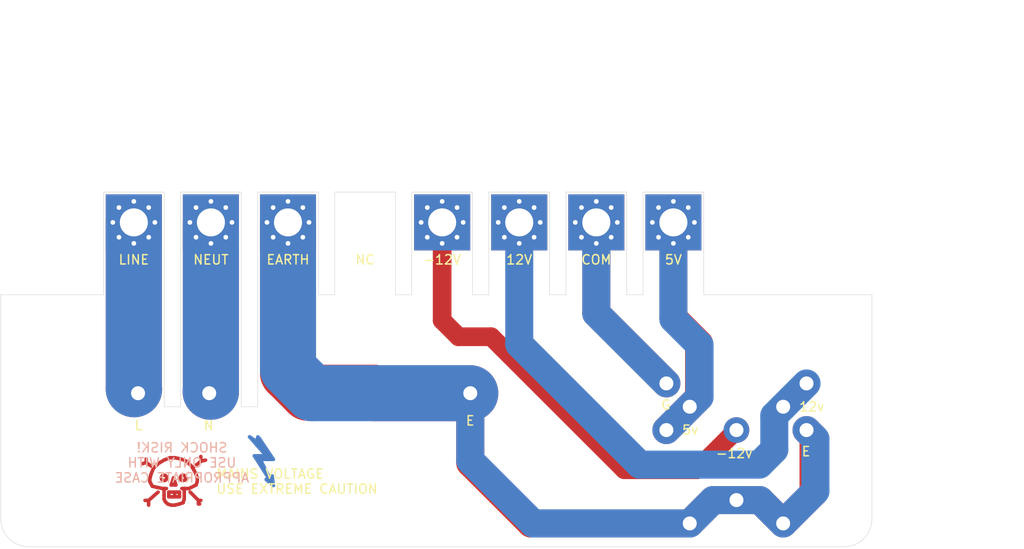
<source format=kicad_pcb>
(kicad_pcb (version 20171130) (host pcbnew "(5.1.4-0-10_14)")

  (general
    (thickness 1.6)
    (drawings 53)
    (tracks 63)
    (zones 0)
    (modules 12)
    (nets 8)
  )

  (page A4)
  (layers
    (0 F.Cu signal)
    (31 B.Cu signal hide)
    (32 B.Adhes user)
    (33 F.Adhes user)
    (34 B.Paste user)
    (35 F.Paste user)
    (36 B.SilkS user)
    (37 F.SilkS user)
    (38 B.Mask user)
    (39 F.Mask user)
    (40 Dwgs.User user)
    (41 Cmts.User user)
    (42 Eco1.User user)
    (43 Eco2.User user)
    (44 Edge.Cuts user)
    (45 Margin user)
    (46 B.CrtYd user hide)
    (47 F.CrtYd user hide)
    (48 B.Fab user)
    (49 F.Fab user hide)
  )

  (setup
    (last_trace_width 3)
    (user_trace_width 0.5)
    (user_trace_width 1)
    (user_trace_width 2)
    (user_trace_width 3)
    (user_trace_width 4)
    (user_trace_width 5)
    (user_trace_width 6)
    (trace_clearance 0.2)
    (zone_clearance 0.5)
    (zone_45_only no)
    (trace_min 0.2)
    (via_size 0.8)
    (via_drill 0.4)
    (via_min_size 0.4)
    (via_min_drill 0.3)
    (uvia_size 0.3)
    (uvia_drill 0.1)
    (uvias_allowed no)
    (uvia_min_size 0.2)
    (uvia_min_drill 0.1)
    (edge_width 0.05)
    (segment_width 0.2)
    (pcb_text_width 0.3)
    (pcb_text_size 1.5 1.5)
    (mod_edge_width 0.12)
    (mod_text_size 1 1)
    (mod_text_width 0.15)
    (pad_size 6 6)
    (pad_drill 3)
    (pad_to_mask_clearance 0.051)
    (solder_mask_min_width 0.25)
    (aux_axis_origin 0 0)
    (visible_elements FFFFFF7F)
    (pcbplotparams
      (layerselection 0x010fc_ffffffff)
      (usegerberextensions false)
      (usegerberattributes false)
      (usegerberadvancedattributes false)
      (creategerberjobfile false)
      (excludeedgelayer true)
      (linewidth 0.100000)
      (plotframeref false)
      (viasonmask false)
      (mode 1)
      (useauxorigin false)
      (hpglpennumber 1)
      (hpglpenspeed 20)
      (hpglpendiameter 15.000000)
      (psnegative false)
      (psa4output false)
      (plotreference true)
      (plotvalue true)
      (plotinvisibletext false)
      (padsonsilk false)
      (subtractmaskfromsilk false)
      (outputformat 1)
      (mirror false)
      (drillshape 0)
      (scaleselection 1)
      (outputdirectory "gerbers/"))
  )

  (net 0 "")
  (net 1 Earth)
  (net 2 +12V)
  (net 3 -12V)
  (net 4 GND)
  (net 5 +5V)
  (net 6 LINE)
  (net 7 NEUT)

  (net_class Default "This is the default net class."
    (clearance 0.2)
    (trace_width 0.25)
    (via_dia 0.8)
    (via_drill 0.4)
    (uvia_dia 0.3)
    (uvia_drill 0.1)
    (add_net +12V)
    (add_net +5V)
    (add_net -12V)
    (add_net Earth)
    (add_net GND)
    (add_net LINE)
    (add_net NEUT)
  )

  (module Symbol:Symbol_Highvoltage_Type1_CopperTop_Small (layer B.Cu) (tedit 0) (tstamp 5E22CC1E)
    (at 127.8 70.4 180)
    (descr "Symbol, Highvoltage, Type 1, Copper Top, Small,")
    (tags "Symbol, Highvoltage, Type 1, Copper Top, Small,")
    (attr virtual)
    (fp_text reference REF** (at 1.016 5.207) (layer B.Fab) hide
      (effects (font (size 1 1) (thickness 0.15)) (justify mirror))
    )
    (fp_text value Symbol_Highvoltage_Type1_CopperTop_Small (at 0.508 -4.191) (layer B.Fab)
      (effects (font (size 1 1) (thickness 0.15)) (justify mirror))
    )
    (fp_line (start -0.127 -1.524) (end -0.254 -1.016) (layer B.Cu) (width 0.381))
    (fp_line (start 1.016 0.762) (end -0.127 -1.524) (layer B.Cu) (width 0.381))
    (fp_line (start -0.381 0.762) (end 1.016 0.762) (layer B.Cu) (width 0.381))
    (fp_line (start 1.143 3.048) (end -0.381 0.762) (layer B.Cu) (width 0.381))
    (fp_line (start 1.397 2.667) (end 1.27 3.175) (layer B.Cu) (width 0.381))
    (fp_line (start 2.159 3.175) (end 1.397 2.667) (layer B.Cu) (width 0.381))
    (fp_line (start 0.381 1.143) (end 2.159 3.175) (layer B.Cu) (width 0.381))
    (fp_line (start 1.651 1.143) (end 0.381 1.143) (layer B.Cu) (width 0.381))
    (fp_line (start -0.127 -1.651) (end 1.651 1.143) (layer B.Cu) (width 0.381))
    (fp_line (start 0.381 -1.397) (end -0.127 -1.651) (layer B.Cu) (width 0.381))
    (fp_line (start -0.381 -2.032) (end 0.381 -1.397) (layer B.Cu) (width 0.381))
    (fp_line (start -0.254 -1.016) (end -0.381 -2.032) (layer B.Cu) (width 0.381))
    (fp_line (start 0 0.889) (end 1.27 0.889) (layer B.Cu) (width 0.381))
    (fp_line (start 1.397 2.794) (end 0 0.889) (layer B.Cu) (width 0.381))
  )

  (module Symbol:Symbol_Danger_CopperTop_Small (layer F.Cu) (tedit 0) (tstamp 5E22A576)
    (at 117.5 72)
    (descr "Symbol, Danger, Copper Top, Small,")
    (tags "Symbol, Danger, Copper Top, Small,")
    (attr virtual)
    (fp_text reference REF** (at 0.254 -4.699) (layer F.Fab) hide
      (effects (font (size 1 1) (thickness 0.15)))
    )
    (fp_text value Symbol_Danger_CopperTop_Small (at 0.889 4.572) (layer F.Fab)
      (effects (font (size 1 1) (thickness 0.15)))
    )
    (fp_line (start 1.27 0.762) (end 0.889 0.762) (layer F.Cu) (width 0.381))
    (fp_line (start 1.651 0.762) (end 1.27 0.762) (layer F.Cu) (width 0.381))
    (fp_line (start 2.159 0.508) (end 1.651 0.762) (layer F.Cu) (width 0.381))
    (fp_line (start 2.413 0.381) (end 2.159 0.508) (layer F.Cu) (width 0.381))
    (fp_line (start 2.54 0) (end 2.413 0.381) (layer F.Cu) (width 0.381))
    (fp_line (start 2.54 -0.381) (end 2.54 0) (layer F.Cu) (width 0.381))
    (fp_line (start 2.413 -0.762) (end 2.54 -0.381) (layer F.Cu) (width 0.381))
    (fp_line (start 2.159 -1.27) (end 2.413 -0.762) (layer F.Cu) (width 0.381))
    (fp_line (start 1.905 -1.651) (end 2.159 -1.27) (layer F.Cu) (width 0.381))
    (fp_line (start 1.397 -2.159) (end 1.905 -1.651) (layer F.Cu) (width 0.381))
    (fp_line (start 0.762 -2.413) (end 1.397 -2.159) (layer F.Cu) (width 0.381))
    (fp_line (start 0.127 -2.54) (end 0.762 -2.413) (layer F.Cu) (width 0.381))
    (fp_line (start -0.381 -2.54) (end 0.127 -2.54) (layer F.Cu) (width 0.381))
    (fp_line (start -1.016 -2.286) (end -0.381 -2.54) (layer F.Cu) (width 0.381))
    (fp_line (start -1.651 -1.905) (end -1.016 -2.286) (layer F.Cu) (width 0.381))
    (fp_line (start -2.159 -1.397) (end -1.651 -1.905) (layer F.Cu) (width 0.381))
    (fp_line (start -2.413 -0.762) (end -2.159 -1.397) (layer F.Cu) (width 0.381))
    (fp_line (start -2.54 -0.254) (end -2.413 -0.762) (layer F.Cu) (width 0.381))
    (fp_line (start -2.54 0) (end -2.54 -0.254) (layer F.Cu) (width 0.381))
    (fp_line (start -1.143 0.762) (end -0.762 0.762) (layer F.Cu) (width 0.381))
    (fp_line (start -1.778 0.635) (end -1.143 0.762) (layer F.Cu) (width 0.381))
    (fp_line (start -2.286 0.508) (end -1.778 0.635) (layer F.Cu) (width 0.381))
    (fp_line (start -2.413 0.254) (end -2.286 0.508) (layer F.Cu) (width 0.381))
    (fp_line (start -2.54 0) (end -2.413 0.254) (layer F.Cu) (width 0.381))
    (fp_line (start -1.016 1.524) (end -1.016 0.762) (layer F.Cu) (width 0.381))
    (fp_line (start -1.016 1.905) (end -1.016 1.524) (layer F.Cu) (width 0.381))
    (fp_line (start 0.127 2.54) (end -0.254 2.54) (layer F.Cu) (width 0.381))
    (fp_line (start 0.635 2.413) (end 0.127 2.54) (layer F.Cu) (width 0.381))
    (fp_line (start 1.016 2.286) (end 0.635 2.413) (layer F.Cu) (width 0.381))
    (fp_line (start 1.143 1.905) (end 1.016 2.286) (layer F.Cu) (width 0.381))
    (fp_line (start 1.143 1.524) (end 1.143 1.905) (layer F.Cu) (width 0.381))
    (fp_line (start 1.143 0.762) (end 1.143 1.524) (layer F.Cu) (width 0.381))
    (fp_line (start -0.635 2.413) (end -0.254 2.54) (layer F.Cu) (width 0.381))
    (fp_line (start -0.889 2.159) (end -0.635 2.413) (layer F.Cu) (width 0.381))
    (fp_line (start -1.016 1.905) (end -0.889 2.159) (layer F.Cu) (width 0.381))
    (fp_line (start -0.254 0.381) (end 0 -0.381) (layer F.Cu) (width 0.381))
    (fp_line (start 0.254 0.381) (end -0.254 0.381) (layer F.Cu) (width 0.381))
    (fp_line (start 0 -0.381) (end 0.254 0.381) (layer F.Cu) (width 0.381))
    (fp_circle (center 1.016 -0.381) (end 1.27 -0.254) (layer F.Cu) (width 0.381))
    (fp_circle (center -1.016 -0.381) (end -1.27 -0.254) (layer F.Cu) (width 0.381))
    (fp_line (start -0.508 1.651) (end -0.508 1.143) (layer F.Cu) (width 0.381))
    (fp_line (start 0.635 1.651) (end -0.508 1.651) (layer F.Cu) (width 0.381))
    (fp_line (start 0.635 1.143) (end 0.635 1.651) (layer F.Cu) (width 0.381))
    (fp_line (start -0.508 1.143) (end 0.635 1.143) (layer F.Cu) (width 0.381))
    (fp_line (start 0.127 1.27) (end 0.127 1.524) (layer F.Cu) (width 0.381))
    (fp_line (start 2.286 -1.651) (end 2.921 -2.159) (layer F.Cu) (width 0.381))
    (fp_line (start 2.921 -2.159) (end 2.921 -2.667) (layer F.Cu) (width 0.381))
    (fp_line (start 2.921 -2.159) (end 3.429 -2.286) (layer F.Cu) (width 0.381))
    (fp_line (start -1.651 1.143) (end -2.667 2.032) (layer F.Cu) (width 0.381))
    (fp_line (start -2.667 2.032) (end -3.048 2.032) (layer F.Cu) (width 0.381))
    (fp_line (start -2.667 2.032) (end -2.667 2.54) (layer F.Cu) (width 0.381))
    (fp_line (start -2.413 -1.651) (end -2.921 -2.032) (layer F.Cu) (width 0.381))
    (fp_line (start -2.921 -2.032) (end -2.921 -2.413) (layer F.Cu) (width 0.381))
    (fp_line (start -2.921 -2.032) (end -3.302 -1.905) (layer F.Cu) (width 0.381))
    (fp_line (start 2.667 2.032) (end 2.921 2.032) (layer F.Cu) (width 0.381))
    (fp_line (start 1.778 1.143) (end 2.667 2.032) (layer F.Cu) (width 0.381))
    (fp_line (start 2.667 2.413) (end 2.794 2.413) (layer F.Cu) (width 0.381))
    (fp_line (start 2.667 2.032) (end 2.667 2.413) (layer F.Cu) (width 0.381))
  )

  (module rt65b-breakout:DIN-7 (layer F.Cu) (tedit 5E220F5E) (tstamp 5DFB80FA)
    (at 177.75 74)
    (path /5DFAD7B3)
    (fp_text reference J1 (at -8.5 -15) (layer F.Fab) hide
      (effects (font (size 1 1) (thickness 0.15)))
    )
    (fp_text value DIN-7 (at 8.75 -15) (layer F.Fab)
      (effects (font (size 1 1) (thickness 0.15)))
    )
    (fp_line (start -10.6 -14.1) (end 10.6 -14.1) (layer F.CrtYd) (width 0.12))
    (fp_line (start -10.6 5) (end -10.6 -14.1) (layer F.CrtYd) (width 0.12))
    (fp_line (start 10.6 5) (end 10.6 -14.1) (layer F.CrtYd) (width 0.12))
    (fp_line (start -10.6 5) (end 10.6 5) (layer F.CrtYd) (width 0.12))
    (pad 6 thru_hole circle (at 7.5 -12.5) (size 2.75 2.75) (drill 1.5) (layers *.Cu *.Mask)
      (net 2 +12V))
    (pad 7 thru_hole circle (at -7.5 -12.5) (size 2.75 2.75) (drill 1.5) (layers *.Cu *.Mask)
      (net 4 GND))
    (pad 4 thru_hole circle (at 5 -10 90) (size 2.75 2.75) (drill 1.5) (layers *.Cu *.Mask)
      (net 2 +12V))
    (pad 5 thru_hole circle (at -5 -10) (size 2.75 2.75) (drill 1.5) (layers *.Cu *.Mask)
      (net 5 +5V))
    (pad 1 thru_hole circle (at 7.5 -7.5) (size 2.75 2.75) (drill 1.5) (layers *.Cu *.Mask)
      (net 1 Earth))
    (pad 3 thru_hole circle (at -7.5 -7.5) (size 2.75 2.75) (drill 1.5) (layers *.Cu *.Mask)
      (net 5 +5V))
    (pad 2 thru_hole circle (at 0 -7.5) (size 2.75 2.75) (drill 1.5) (layers *.Cu *.Mask)
      (net 3 -12V))
    (pad 10 thru_hole circle (at 5 2.5) (size 2.5 2.5) (drill 1.5) (layers *.Cu *.Mask)
      (net 1 Earth))
    (pad 8 thru_hole circle (at -5 2.5) (size 2.5 2.5) (drill 1.5) (layers *.Cu *.Mask)
      (net 1 Earth))
    (pad 9 thru_hole circle (at 0 0) (size 2.5 2.5) (drill 1.5) (layers *.Cu *.Mask)
      (net 1 Earth))
    (model "${KIPRJMOD}/User Library-DIN-5.STEP"
      (offset (xyz 1.6 14 9))
      (scale (xyz 1 1 1))
      (rotate (xyz -90 0 0))
    )
  )

  (module rt65b-breakout:MountingHole_3mm_Pad_Via (layer F.Cu) (tedit 5E0D46DD) (tstamp 5DFB9766)
    (at 138 44.25)
    (descr "Mounting Hole 3mm")
    (tags "mounting hole 3mm")
    (attr virtual)
    (fp_text reference REF** (at 0 -4) (layer F.Fab) hide
      (effects (font (size 1 1) (thickness 0.15)))
    )
    (fp_text value NC (at 0 4) (layer F.SilkS)
      (effects (font (size 1 1) (thickness 0.15)))
    )
    (fp_text user %R (at 0.3 0) (layer F.Fab)
      (effects (font (size 1 1) (thickness 0.15)))
    )
    (pad "" np_thru_hole circle (at 0 0) (size 3 3) (drill 3) (layers *.Cu *.Mask))
  )

  (module rt65b-breakout:KP01.1112.11 (layer F.Cu) (tedit 5DFB1678) (tstamp 5E228031)
    (at 132.75 79)
    (path /5E017074)
    (fp_text reference J3 (at 0 0.5) (layer F.Fab) hide
      (effects (font (size 1 1) (thickness 0.15)))
    )
    (fp_text value IEC320-C14 (at 0 -0.5) (layer F.Fab)
      (effects (font (size 1 1) (thickness 0.15)))
    )
    (fp_text user E (at 16.5 -13.5) (layer F.SilkS)
      (effects (font (size 1 1) (thickness 0.15)))
    )
    (fp_text user N (at -11.5 -13) (layer F.SilkS)
      (effects (font (size 1 1) (thickness 0.15)))
    )
    (fp_text user L (at -19 -13) (layer F.SilkS)
      (effects (font (size 1 1) (thickness 0.15)))
    )
    (fp_line (start -26.2 0) (end 26.2 0) (layer F.CrtYd) (width 0.12))
    (fp_line (start -26.2 -32.3) (end 26.2 -32.3) (layer F.CrtYd) (width 0.12))
    (fp_line (start -26.2 -32.3) (end -26.2 0) (layer F.CrtYd) (width 0.12))
    (fp_line (start 26.2 0) (end 26.2 -32.3) (layer F.CrtYd) (width 0.12))
    (pad 3 thru_hole circle (at 16.51 -16.45) (size 2.5 2.5) (drill 1.5) (layers *.Cu *.Mask)
      (net 1 Earth))
    (pad "" np_thru_hole circle (at -26.67 -12.63) (size 6 6) (drill 6) (layers *.Cu *.Mask))
    (pad "" np_thru_hole circle (at 26.67 -7.55) (size 6 6) (drill 6) (layers *.Cu *.Mask))
    (pad 2 thru_hole circle (at -11.43 -16.45) (size 2.5 2.5) (drill 1.5) (layers *.Cu *.Mask)
      (net 7 NEUT))
    (pad 1 thru_hole circle (at -19.05 -16.45) (size 2.5 2.5) (drill 1.5) (layers *.Cu *.Mask)
      (net 6 LINE))
    (model ${KIPRJMOD}/e_0100.1701c002.step
      (offset (xyz 12.7 -6.2 18.5))
      (scale (xyz 1 1 1))
      (rotate (xyz -90 0 0))
    )
  )

  (module rt65b-breakout:MountingHole_3mm_Pad_Via (layer F.Cu) (tedit 5DFAF31D) (tstamp 5DFB5C51)
    (at 171 44.25)
    (descr "Mounting Hole 3mm")
    (tags "mounting hole 3mm")
    (path /5DFCBC71)
    (attr virtual)
    (fp_text reference H1 (at 0 -4) (layer F.Fab) hide
      (effects (font (size 1 1) (thickness 0.15)))
    )
    (fp_text value 5V (at 0 4) (layer F.SilkS)
      (effects (font (size 1 1) (thickness 0.15)))
    )
    (fp_text user %R (at 0.3 0) (layer F.Fab)
      (effects (font (size 1 1) (thickness 0.15)))
    )
    (pad 1 thru_hole circle (at 1.59099 -1.59099) (size 0.8 0.8) (drill 0.5) (layers *.Cu *.Mask)
      (net 5 +5V))
    (pad 1 thru_hole circle (at 0 -2.25) (size 0.8 0.8) (drill 0.5) (layers *.Cu *.Mask)
      (net 5 +5V))
    (pad 1 thru_hole circle (at -1.59099 -1.59099) (size 0.8 0.8) (drill 0.5) (layers *.Cu *.Mask)
      (net 5 +5V))
    (pad 1 thru_hole circle (at -2.25 0) (size 0.8 0.8) (drill 0.5) (layers *.Cu *.Mask)
      (net 5 +5V))
    (pad 1 thru_hole circle (at -1.59099 1.59099) (size 0.8 0.8) (drill 0.5) (layers *.Cu *.Mask)
      (net 5 +5V))
    (pad 1 thru_hole circle (at 0 2.25) (size 0.8 0.8) (drill 0.5) (layers *.Cu *.Mask)
      (net 5 +5V))
    (pad 1 thru_hole circle (at 1.59099 1.59099) (size 0.8 0.8) (drill 0.5) (layers *.Cu *.Mask)
      (net 5 +5V))
    (pad 1 thru_hole circle (at 2.25 0) (size 0.8 0.8) (drill 0.5) (layers *.Cu *.Mask)
      (net 5 +5V))
    (pad 1 thru_hole rect (at 0 0) (size 6 6) (drill 3) (layers *.Cu *.Mask)
      (net 5 +5V))
  )

  (module rt65b-breakout:MountingHole_3mm_Pad_Via (layer F.Cu) (tedit 5DFAF847) (tstamp 5DFB4652)
    (at 113.25 44.25)
    (descr "Mounting Hole 3mm")
    (tags "mounting hole 3mm")
    (path /5DFDEFC2)
    (attr virtual)
    (fp_text reference H5 (at 0 -4) (layer F.Fab) hide
      (effects (font (size 1 1) (thickness 0.15)))
    )
    (fp_text value LINE (at 0 4) (layer F.SilkS)
      (effects (font (size 1 1) (thickness 0.15)))
    )
    (fp_text user %R (at 0.3 0) (layer F.Fab)
      (effects (font (size 1 1) (thickness 0.15)))
    )
    (pad 1 thru_hole rect (at 0 0) (size 6 6) (drill 3) (layers *.Cu *.Mask)
      (net 6 LINE))
    (pad 1 thru_hole circle (at 2.25 0) (size 0.8 0.8) (drill 0.5) (layers *.Cu *.Mask)
      (net 6 LINE))
    (pad 1 thru_hole circle (at 1.59099 1.59099) (size 0.8 0.8) (drill 0.5) (layers *.Cu *.Mask)
      (net 6 LINE))
    (pad 1 thru_hole circle (at 0 2.25) (size 0.8 0.8) (drill 0.5) (layers *.Cu *.Mask)
      (net 6 LINE))
    (pad 1 thru_hole circle (at -1.59099 1.59099) (size 0.8 0.8) (drill 0.5) (layers *.Cu *.Mask)
      (net 6 LINE))
    (pad 1 thru_hole circle (at -2.25 0) (size 0.8 0.8) (drill 0.5) (layers *.Cu *.Mask)
      (net 6 LINE))
    (pad 1 thru_hole circle (at -1.59099 -1.59099) (size 0.8 0.8) (drill 0.5) (layers *.Cu *.Mask)
      (net 6 LINE))
    (pad 1 thru_hole circle (at 0 -2.25) (size 0.8 0.8) (drill 0.5) (layers *.Cu *.Mask)
      (net 6 LINE))
    (pad 1 thru_hole circle (at 1.59099 -1.59099) (size 0.8 0.8) (drill 0.5) (layers *.Cu *.Mask)
      (net 6 LINE))
  )

  (module rt65b-breakout:MountingHole_3mm_Pad_Via (layer F.Cu) (tedit 5DFAF31D) (tstamp 5DFB4672)
    (at 129.75 44.25)
    (descr "Mounting Hole 3mm")
    (tags "mounting hole 3mm")
    (path /5DFEBA3D)
    (attr virtual)
    (fp_text reference H7 (at 0 -4) (layer F.Fab) hide
      (effects (font (size 1 1) (thickness 0.15)))
    )
    (fp_text value EARTH (at 0 4) (layer F.SilkS)
      (effects (font (size 1 1) (thickness 0.15)))
    )
    (fp_text user %R (at 0.3 0) (layer F.Fab)
      (effects (font (size 1 1) (thickness 0.15)))
    )
    (pad 1 thru_hole rect (at 0 0) (size 6 6) (drill 3) (layers *.Cu *.Mask)
      (net 1 Earth))
    (pad 1 thru_hole circle (at 2.25 0) (size 0.8 0.8) (drill 0.5) (layers *.Cu *.Mask)
      (net 1 Earth))
    (pad 1 thru_hole circle (at 1.59099 1.59099) (size 0.8 0.8) (drill 0.5) (layers *.Cu *.Mask)
      (net 1 Earth))
    (pad 1 thru_hole circle (at 0 2.25) (size 0.8 0.8) (drill 0.5) (layers *.Cu *.Mask)
      (net 1 Earth))
    (pad 1 thru_hole circle (at -1.59099 1.59099) (size 0.8 0.8) (drill 0.5) (layers *.Cu *.Mask)
      (net 1 Earth))
    (pad 1 thru_hole circle (at -2.25 0) (size 0.8 0.8) (drill 0.5) (layers *.Cu *.Mask)
      (net 1 Earth))
    (pad 1 thru_hole circle (at -1.59099 -1.59099) (size 0.8 0.8) (drill 0.5) (layers *.Cu *.Mask)
      (net 1 Earth))
    (pad 1 thru_hole circle (at 0 -2.25) (size 0.8 0.8) (drill 0.5) (layers *.Cu *.Mask)
      (net 1 Earth))
    (pad 1 thru_hole circle (at 1.59099 -1.59099) (size 0.8 0.8) (drill 0.5) (layers *.Cu *.Mask)
      (net 1 Earth))
  )

  (module rt65b-breakout:MountingHole_3mm_Pad_Via (layer F.Cu) (tedit 5DFAF31D) (tstamp 5DFB4662)
    (at 121.5 44.25)
    (descr "Mounting Hole 3mm")
    (tags "mounting hole 3mm")
    (path /5DFDEFBC)
    (attr virtual)
    (fp_text reference H6 (at 0 -4) (layer F.Fab) hide
      (effects (font (size 1 1) (thickness 0.15)))
    )
    (fp_text value NEUT (at 0 4) (layer F.SilkS)
      (effects (font (size 1 1) (thickness 0.15)))
    )
    (fp_text user %R (at 0.3 0) (layer F.Fab)
      (effects (font (size 1 1) (thickness 0.15)))
    )
    (pad 1 thru_hole rect (at 0 0) (size 6 6) (drill 3) (layers *.Cu *.Mask)
      (net 7 NEUT))
    (pad 1 thru_hole circle (at 2.25 0) (size 0.8 0.8) (drill 0.5) (layers *.Cu *.Mask)
      (net 7 NEUT))
    (pad 1 thru_hole circle (at 1.59099 1.59099) (size 0.8 0.8) (drill 0.5) (layers *.Cu *.Mask)
      (net 7 NEUT))
    (pad 1 thru_hole circle (at 0 2.25) (size 0.8 0.8) (drill 0.5) (layers *.Cu *.Mask)
      (net 7 NEUT))
    (pad 1 thru_hole circle (at -1.59099 1.59099) (size 0.8 0.8) (drill 0.5) (layers *.Cu *.Mask)
      (net 7 NEUT))
    (pad 1 thru_hole circle (at -2.25 0) (size 0.8 0.8) (drill 0.5) (layers *.Cu *.Mask)
      (net 7 NEUT))
    (pad 1 thru_hole circle (at -1.59099 -1.59099) (size 0.8 0.8) (drill 0.5) (layers *.Cu *.Mask)
      (net 7 NEUT))
    (pad 1 thru_hole circle (at 0 -2.25) (size 0.8 0.8) (drill 0.5) (layers *.Cu *.Mask)
      (net 7 NEUT))
    (pad 1 thru_hole circle (at 1.59099 -1.59099) (size 0.8 0.8) (drill 0.5) (layers *.Cu *.Mask)
      (net 7 NEUT))
  )

  (module rt65b-breakout:MountingHole_3mm_Pad_Via (layer F.Cu) (tedit 5DFAF31D) (tstamp 5DFB5CBA)
    (at 162.75 44.25)
    (descr "Mounting Hole 3mm")
    (tags "mounting hole 3mm")
    (path /5DFD84B2)
    (attr virtual)
    (fp_text reference H4 (at 0 -4) (layer F.Fab) hide
      (effects (font (size 1 1) (thickness 0.15)))
    )
    (fp_text value COM (at 0 4) (layer F.SilkS)
      (effects (font (size 1 1) (thickness 0.15)))
    )
    (fp_text user %R (at 0.3 0) (layer F.Fab)
      (effects (font (size 1 1) (thickness 0.15)))
    )
    (pad 1 thru_hole rect (at 0 0) (size 6 6) (drill 3) (layers *.Cu *.Mask)
      (net 4 GND))
    (pad 1 thru_hole circle (at 2.25 0) (size 0.8 0.8) (drill 0.5) (layers *.Cu *.Mask)
      (net 4 GND))
    (pad 1 thru_hole circle (at 1.59099 1.59099) (size 0.8 0.8) (drill 0.5) (layers *.Cu *.Mask)
      (net 4 GND))
    (pad 1 thru_hole circle (at 0 2.25) (size 0.8 0.8) (drill 0.5) (layers *.Cu *.Mask)
      (net 4 GND))
    (pad 1 thru_hole circle (at -1.59099 1.59099) (size 0.8 0.8) (drill 0.5) (layers *.Cu *.Mask)
      (net 4 GND))
    (pad 1 thru_hole circle (at -2.25 0) (size 0.8 0.8) (drill 0.5) (layers *.Cu *.Mask)
      (net 4 GND))
    (pad 1 thru_hole circle (at -1.59099 -1.59099) (size 0.8 0.8) (drill 0.5) (layers *.Cu *.Mask)
      (net 4 GND))
    (pad 1 thru_hole circle (at 0 -2.25) (size 0.8 0.8) (drill 0.5) (layers *.Cu *.Mask)
      (net 4 GND))
    (pad 1 thru_hole circle (at 1.59099 -1.59099) (size 0.8 0.8) (drill 0.5) (layers *.Cu *.Mask)
      (net 4 GND))
  )

  (module rt65b-breakout:MountingHole_3mm_Pad_Via (layer F.Cu) (tedit 5DFAF31D) (tstamp 5DFB5CE1)
    (at 146.25 44.25)
    (descr "Mounting Hole 3mm")
    (tags "mounting hole 3mm")
    (path /5DFD4ED3)
    (attr virtual)
    (fp_text reference H3 (at 0 -4) (layer B.CrtYd) hide
      (effects (font (size 1 1) (thickness 0.15)) (justify mirror))
    )
    (fp_text value -12V (at 0 4) (layer F.SilkS)
      (effects (font (size 1 1) (thickness 0.15)))
    )
    (fp_text user %R (at 0.3 0) (layer F.Fab)
      (effects (font (size 1 1) (thickness 0.15)))
    )
    (pad 1 thru_hole rect (at 0 0) (size 6 6) (drill 3) (layers *.Cu *.Mask)
      (net 3 -12V))
    (pad 1 thru_hole circle (at 2.25 0) (size 0.8 0.8) (drill 0.5) (layers *.Cu *.Mask)
      (net 3 -12V))
    (pad 1 thru_hole circle (at 1.59099 1.59099) (size 0.8 0.8) (drill 0.5) (layers *.Cu *.Mask)
      (net 3 -12V))
    (pad 1 thru_hole circle (at 0 2.25) (size 0.8 0.8) (drill 0.5) (layers *.Cu *.Mask)
      (net 3 -12V))
    (pad 1 thru_hole circle (at -1.59099 1.59099) (size 0.8 0.8) (drill 0.5) (layers *.Cu *.Mask)
      (net 3 -12V))
    (pad 1 thru_hole circle (at -2.25 0) (size 0.8 0.8) (drill 0.5) (layers *.Cu *.Mask)
      (net 3 -12V))
    (pad 1 thru_hole circle (at -1.59099 -1.59099) (size 0.8 0.8) (drill 0.5) (layers *.Cu *.Mask)
      (net 3 -12V))
    (pad 1 thru_hole circle (at 0 -2.25) (size 0.8 0.8) (drill 0.5) (layers *.Cu *.Mask)
      (net 3 -12V))
    (pad 1 thru_hole circle (at 1.59099 -1.59099) (size 0.8 0.8) (drill 0.5) (layers *.Cu *.Mask)
      (net 3 -12V))
  )

  (module rt65b-breakout:MountingHole_3mm_Pad_Via (layer F.Cu) (tedit 5DFAF31D) (tstamp 5DFB5D08)
    (at 154.5 44.25)
    (descr "Mounting Hole 3mm")
    (tags "mounting hole 3mm")
    (path /5DFD108C)
    (attr virtual)
    (fp_text reference H2 (at 0 -4) (layer F.Fab) hide
      (effects (font (size 1 1) (thickness 0.15)))
    )
    (fp_text value 12V (at 0 4) (layer F.SilkS)
      (effects (font (size 1 1) (thickness 0.15)))
    )
    (fp_text user %R (at 0.3 0) (layer F.Fab)
      (effects (font (size 1 1) (thickness 0.15)))
    )
    (pad 1 thru_hole rect (at 0 0) (size 6 6) (drill 3) (layers *.Cu *.Mask)
      (net 2 +12V))
    (pad 1 thru_hole circle (at 2.25 0) (size 0.8 0.8) (drill 0.5) (layers *.Cu *.Mask)
      (net 2 +12V))
    (pad 1 thru_hole circle (at 1.59099 1.59099) (size 0.8 0.8) (drill 0.5) (layers *.Cu *.Mask)
      (net 2 +12V))
    (pad 1 thru_hole circle (at 0 2.25) (size 0.8 0.8) (drill 0.5) (layers *.Cu *.Mask)
      (net 2 +12V))
    (pad 1 thru_hole circle (at -1.59099 1.59099) (size 0.8 0.8) (drill 0.5) (layers *.Cu *.Mask)
      (net 2 +12V))
    (pad 1 thru_hole circle (at -2.25 0) (size 0.8 0.8) (drill 0.5) (layers *.Cu *.Mask)
      (net 2 +12V))
    (pad 1 thru_hole circle (at -1.59099 -1.59099) (size 0.8 0.8) (drill 0.5) (layers *.Cu *.Mask)
      (net 2 +12V))
    (pad 1 thru_hole circle (at 0 -2.25) (size 0.8 0.8) (drill 0.5) (layers *.Cu *.Mask)
      (net 2 +12V))
    (pad 1 thru_hole circle (at 1.59099 -1.59099) (size 0.8 0.8) (drill 0.5) (layers *.Cu *.Mask)
      (net 2 +12V))
  )

  (gr_text "SHOCK RISK!\nUSE ONLY WITH\nAPPROPRIATE CASE" (at 118.4 70) (layer B.SilkS)
    (effects (font (size 1 1) (thickness 0.15)) (justify mirror))
  )
  (gr_text "MAINS VOLTAGE\nUSE EXTREME CAUTION" (at 122 72) (layer F.SilkS)
    (effects (font (size 1 1) (thickness 0.15)) (justify left))
  )
  (gr_arc (start 102 76) (end 99 76) (angle -90) (layer Edge.Cuts) (width 0.05))
  (gr_arc (start 189.25 76) (end 189.25 79) (angle -90) (layer Edge.Cuts) (width 0.05))
  (dimension 38.1 (width 0.12) (layer Dwgs.User)
    (gr_text "38.100 mm" (at 207.137 60.071 270) (layer Dwgs.User)
      (effects (font (size 1 1) (thickness 0.15)))
    )
    (feature1 (pts (xy 203.581 79.121) (xy 206.453421 79.121)))
    (feature2 (pts (xy 203.581 41.021) (xy 206.453421 41.021)))
    (crossbar (pts (xy 205.867 41.021) (xy 205.867 79.121)))
    (arrow1a (pts (xy 205.867 79.121) (xy 205.280579 77.994496)))
    (arrow1b (pts (xy 205.867 79.121) (xy 206.453421 77.994496)))
    (arrow2a (pts (xy 205.867 41.021) (xy 205.280579 42.147504)))
    (arrow2b (pts (xy 205.867 41.021) (xy 206.453421 42.147504)))
  )
  (gr_text G (at 170.2 63.8) (layer F.SilkS) (tstamp 5E22BE71)
    (effects (font (size 1 1) (thickness 0.15)))
  )
  (gr_text E (at 185.2 68.8) (layer F.SilkS)
    (effects (font (size 1 1) (thickness 0.15)))
  )
  (gr_text -12v (at 177.5 69) (layer F.SilkS)
    (effects (font (size 1 1) (thickness 0.15)))
  )
  (gr_text 12v (at 185.8 64) (layer F.SilkS)
    (effects (font (size 1 1) (thickness 0.15)))
  )
  (gr_text 5v (at 172.8 66.5) (layer F.SilkS) (tstamp 5E22BE6B)
    (effects (font (size 1 1) (thickness 0.15)))
  )
  (gr_line (start 116.5 64) (end 116.5 52) (layer Edge.Cuts) (width 0.05) (tstamp 5E0D45F8))
  (gr_line (start 118.25 64) (end 116.5 64) (layer Edge.Cuts) (width 0.05) (tstamp 5E228007))
  (gr_line (start 118.25 52) (end 118.25 64) (layer Edge.Cuts) (width 0.05))
  (gr_line (start 126.5 64) (end 126.5 52) (layer Edge.Cuts) (width 0.05) (tstamp 5DFB9BA2))
  (gr_line (start 124.75 64) (end 126.5 64) (layer Edge.Cuts) (width 0.05))
  (gr_line (start 124.75 52) (end 124.75 64) (layer Edge.Cuts) (width 0.05))
  (dimension 93.25 (width 0.15) (layer Dwgs.User)
    (gr_text "93.250 mm" (at 145.625 35.3) (layer Dwgs.User)
      (effects (font (size 1 1) (thickness 0.15)))
    )
    (feature1 (pts (xy 192.25 20.5) (xy 192.25 34.586421)))
    (feature2 (pts (xy 99 20.5) (xy 99 34.586421)))
    (crossbar (pts (xy 99 34) (xy 192.25 34)))
    (arrow1a (pts (xy 192.25 34) (xy 191.123496 34.586421)))
    (arrow1b (pts (xy 192.25 34) (xy 191.123496 33.413579)))
    (arrow2a (pts (xy 99 34) (xy 100.126504 34.586421)))
    (arrow2b (pts (xy 99 34) (xy 100.126504 33.413579)))
  )
  (gr_line (start 102 79) (end 189.25 79) (layer Edge.Cuts) (width 0.05))
  (dimension 64.25 (width 0.15) (layer Dwgs.User)
    (gr_text "64.250 mm" (at 142.125 25.2) (layer Dwgs.User)
      (effects (font (size 1 1) (thickness 0.15)))
    )
    (feature1 (pts (xy 174.25 29.75) (xy 174.25 25.913579)))
    (feature2 (pts (xy 110 29.75) (xy 110 25.913579)))
    (crossbar (pts (xy 110 26.5) (xy 174.25 26.5)))
    (arrow1a (pts (xy 174.25 26.5) (xy 173.123496 27.086421)))
    (arrow1b (pts (xy 174.25 26.5) (xy 173.123496 25.913579)))
    (arrow2a (pts (xy 110 26.5) (xy 111.126504 27.086421)))
    (arrow2b (pts (xy 110 26.5) (xy 111.126504 25.913579)))
  )
  (gr_line (start 192.25 52) (end 192.25 76) (layer Edge.Cuts) (width 0.05))
  (gr_line (start 174.25 52) (end 192.25 52) (layer Edge.Cuts) (width 0.05))
  (gr_line (start 166 52) (end 167.75 52) (layer Edge.Cuts) (width 0.05) (tstamp 5DFB5C50))
  (gr_line (start 174.25 41) (end 174.25 52) (layer Edge.Cuts) (width 0.05) (tstamp 5DFB5C4F))
  (gr_line (start 167.75 52) (end 167.75 41) (layer Edge.Cuts) (width 0.05) (tstamp 5DFB5C4E))
  (gr_line (start 167.75 41) (end 174.25 41) (layer Edge.Cuts) (width 0.05) (tstamp 5DFB5C4D))
  (dimension 11 (width 0.15) (layer F.Fab)
    (gr_text "11.000 mm" (at 83.7 46.5 90) (layer F.Fab)
      (effects (font (size 1 1) (thickness 0.15)))
    )
    (feature1 (pts (xy 89 41) (xy 84.413579 41)))
    (feature2 (pts (xy 89 52) (xy 84.413579 52)))
    (crossbar (pts (xy 85 52) (xy 85 41)))
    (arrow1a (pts (xy 85 41) (xy 85.586421 42.126504)))
    (arrow1b (pts (xy 85 41) (xy 84.413579 42.126504)))
    (arrow2a (pts (xy 85 52) (xy 85.586421 50.873496)))
    (arrow2b (pts (xy 85 52) (xy 84.413579 50.873496)))
  )
  (gr_line (start 99 76) (end 99 52) (layer Edge.Cuts) (width 0.05) (tstamp 5DFB5003))
  (gr_line (start 110 52) (end 99 52) (layer Edge.Cuts) (width 0.05))
  (gr_line (start 157.75 52) (end 159.5 52) (layer Edge.Cuts) (width 0.05) (tstamp 5DFB4E6C))
  (gr_line (start 149.5 52) (end 151.25 52) (layer Edge.Cuts) (width 0.05) (tstamp 5DFB4E6B))
  (gr_line (start 141.25 52) (end 143 52) (layer Edge.Cuts) (width 0.05) (tstamp 5DFB4E6A))
  (gr_line (start 133 52) (end 134.75 52) (layer Edge.Cuts) (width 0.05) (tstamp 5DFB4E69))
  (gr_line (start 159.5 41) (end 166 41) (layer Edge.Cuts) (width 0.05) (tstamp 5DFB5BDA))
  (gr_line (start 166 41) (end 166 52) (layer Edge.Cuts) (width 0.05) (tstamp 5DFB4D08))
  (gr_line (start 159.5 52) (end 159.5 41) (layer Edge.Cuts) (width 0.05) (tstamp 5DFB4D07))
  (gr_line (start 151.25 41) (end 157.75 41) (layer Edge.Cuts) (width 0.05) (tstamp 5DFB5CAB))
  (gr_line (start 157.75 41) (end 157.75 52) (layer Edge.Cuts) (width 0.05) (tstamp 5DFB4D20))
  (gr_line (start 151.25 52) (end 151.25 41) (layer Edge.Cuts) (width 0.05) (tstamp 5DFB4D23))
  (gr_line (start 143 41) (end 149.5 41) (layer Edge.Cuts) (width 0.05) (tstamp 5DFB5D26))
  (gr_line (start 149.5 41) (end 149.5 52) (layer Edge.Cuts) (width 0.05) (tstamp 5DFB4D08))
  (gr_line (start 143 52) (end 143 41) (layer Edge.Cuts) (width 0.05) (tstamp 5DFB4D07))
  (gr_line (start 134.75 41) (end 141.25 41) (layer Edge.Cuts) (width 0.05) (tstamp 5DFB5D23))
  (gr_line (start 141.25 41) (end 141.25 52) (layer Edge.Cuts) (width 0.05) (tstamp 5DFB4D08))
  (gr_line (start 134.75 52) (end 134.75 41) (layer Edge.Cuts) (width 0.05) (tstamp 5DFB4D07))
  (gr_line (start 126.5 41) (end 133 41) (layer Edge.Cuts) (width 0.05) (tstamp 5DFB4D09))
  (gr_line (start 133 41) (end 133 52) (layer Edge.Cuts) (width 0.05) (tstamp 5DFB4D08))
  (gr_line (start 126.5 52) (end 126.5 41) (layer Edge.Cuts) (width 0.05) (tstamp 5DFB4D07))
  (gr_line (start 118.25 41) (end 124.75 41) (layer Edge.Cuts) (width 0.05) (tstamp 5DFB4D09))
  (gr_line (start 124.75 41) (end 124.75 52) (layer Edge.Cuts) (width 0.05) (tstamp 5DFB4D08))
  (gr_line (start 118.25 52) (end 118.25 41) (layer Edge.Cuts) (width 0.05) (tstamp 5DFB4D07))
  (gr_line (start 116.5 41) (end 116.5 52) (layer Edge.Cuts) (width 0.05))
  (gr_line (start 110 41) (end 116.5 41) (layer Edge.Cuts) (width 0.05))
  (gr_line (start 110 52) (end 110 41) (layer Edge.Cuts) (width 0.05))

  (segment (start 149.26 62.55) (end 149.26 69.76) (width 3) (layer B.Cu) (net 1))
  (segment (start 156 76.5) (end 172.75 76.5) (width 3) (layer B.Cu) (net 1))
  (segment (start 149.26 69.76) (end 156 76.5) (width 3) (layer B.Cu) (net 1))
  (segment (start 175.25 74) (end 172.75 76.5) (width 3) (layer B.Cu) (net 1))
  (segment (start 177.75 74) (end 175.25 74) (width 3) (layer B.Cu) (net 1))
  (segment (start 180.25 74) (end 182.75 76.5) (width 3) (layer B.Cu) (net 1))
  (segment (start 177.75 74) (end 180.25 74) (width 3) (layer B.Cu) (net 1))
  (segment (start 172.75 76.5) (end 175.25 74) (width 3) (layer F.Cu) (net 1))
  (segment (start 175.25 74) (end 177.75 74) (width 3) (layer F.Cu) (net 1))
  (segment (start 180.25 74) (end 182.75 76.5) (width 3) (layer F.Cu) (net 1))
  (segment (start 177.75 74) (end 180.25 74) (width 3) (layer F.Cu) (net 1))
  (segment (start 149.26 62.55) (end 149.26 70.01) (width 3) (layer F.Cu) (net 1))
  (segment (start 155.75 76.5) (end 172.75 76.5) (width 3) (layer F.Cu) (net 1))
  (segment (start 149.26 70.01) (end 155.75 76.5) (width 3) (layer F.Cu) (net 1))
  (segment (start 186.2 67.45) (end 185.25 66.5) (width 3) (layer B.Cu) (net 1))
  (segment (start 186.2 73.05) (end 186.2 67.45) (width 3) (layer B.Cu) (net 1))
  (segment (start 182.75 76.5) (end 186.2 73.05) (width 3) (layer B.Cu) (net 1))
  (segment (start 129.75 59.95) (end 129.75 44.25) (width 6) (layer B.Cu) (net 1))
  (segment (start 132.35 62.55) (end 129.75 59.95) (width 6) (layer B.Cu) (net 1))
  (segment (start 149.26 62.55) (end 132.35 62.55) (width 6) (layer B.Cu) (net 1))
  (segment (start 131.9 62.5) (end 129.75 60.35) (width 6) (layer F.Cu) (net 1))
  (segment (start 138.939148 62.5) (end 131.9 62.5) (width 6) (layer F.Cu) (net 1))
  (segment (start 138.989148 62.55) (end 138.939148 62.5) (width 6) (layer F.Cu) (net 1))
  (segment (start 129.75 60.35) (end 129.75 44.25) (width 6) (layer F.Cu) (net 1))
  (segment (start 149.26 62.55) (end 138.989148 62.55) (width 6) (layer F.Cu) (net 1))
  (segment (start 186 67.25) (end 185.25 66.5) (width 3) (layer F.Cu) (net 1))
  (segment (start 186 73.25) (end 186 67.25) (width 3) (layer F.Cu) (net 1))
  (segment (start 182.75 76.5) (end 186 73.25) (width 3) (layer F.Cu) (net 1))
  (segment (start 185.25 61.5) (end 182.75 64) (width 3) (layer B.Cu) (net 2))
  (segment (start 167.4 70.2) (end 154.5 57.3) (width 3) (layer B.Cu) (net 2))
  (segment (start 181.8 68.6) (end 180.2 70.2) (width 3) (layer B.Cu) (net 2))
  (segment (start 181.8 64.95) (end 181.8 68.6) (width 3) (layer B.Cu) (net 2))
  (segment (start 154.5 57.3) (end 154.5 44.25) (width 3) (layer B.Cu) (net 2))
  (segment (start 180.2 70.2) (end 167.4 70.2) (width 3) (layer B.Cu) (net 2))
  (segment (start 182.75 64) (end 181.8 64.95) (width 3) (layer B.Cu) (net 2))
  (segment (start 173.5 70.75) (end 177.75 66.5) (width 2) (layer F.Cu) (net 3))
  (segment (start 146.25 44.25) (end 146.25 54.75) (width 2) (layer F.Cu) (net 3))
  (segment (start 165.75 70.75) (end 173.5 70.75) (width 2) (layer F.Cu) (net 3))
  (segment (start 148 56.5) (end 151.5 56.5) (width 2) (layer F.Cu) (net 3))
  (segment (start 151.5 56.5) (end 165.75 70.75) (width 2) (layer F.Cu) (net 3))
  (segment (start 146.25 54.75) (end 148 56.5) (width 2) (layer F.Cu) (net 3))
  (segment (start 162.75 54) (end 162.75 44.25) (width 3) (layer F.Cu) (net 4))
  (segment (start 170.25 61.5) (end 162.75 54) (width 3) (layer F.Cu) (net 4))
  (segment (start 162.75 54) (end 162.75 44.25) (width 3) (layer B.Cu) (net 4))
  (segment (start 170.25 61.5) (end 162.75 54) (width 3) (layer B.Cu) (net 4))
  (segment (start 170.25 66.5) (end 172.75 64) (width 3) (layer F.Cu) (net 5))
  (segment (start 173.75 63) (end 172.75 64) (width 3) (layer F.Cu) (net 5))
  (segment (start 173.75 57.25) (end 173.75 63) (width 3) (layer F.Cu) (net 5))
  (segment (start 171 54.5) (end 173.75 57.25) (width 3) (layer F.Cu) (net 5))
  (segment (start 171 44.25) (end 171 54.5) (width 3) (layer F.Cu) (net 5))
  (segment (start 173.8 62.95) (end 171.624999 65.125001) (width 3) (layer B.Cu) (net 5))
  (segment (start 173.8 57.4) (end 173.8 62.95) (width 3) (layer B.Cu) (net 5))
  (segment (start 171 54.6) (end 173.8 57.4) (width 3) (layer B.Cu) (net 5))
  (segment (start 171.624999 65.125001) (end 170.25 66.5) (width 3) (layer B.Cu) (net 5))
  (segment (start 171 44.25) (end 171 54.6) (width 3) (layer B.Cu) (net 5))
  (segment (start 113.25 62.1) (end 113.27499 62.12499) (width 6) (layer F.Cu) (net 6))
  (segment (start 113.25 44.25) (end 113.25 62.1) (width 6) (layer F.Cu) (net 6))
  (segment (start 113.25 62.1) (end 113.27499 62.12499) (width 6) (layer B.Cu) (net 6))
  (segment (start 113.25 44.25) (end 113.25 62.1) (width 6) (layer B.Cu) (net 6))
  (segment (start 121.5 62.37) (end 121.47501 62.39499) (width 6) (layer F.Cu) (net 7))
  (segment (start 121.5 44.25) (end 121.5 62.37) (width 6) (layer F.Cu) (net 7))
  (segment (start 121.5 62.37) (end 121.47501 62.39499) (width 6) (layer B.Cu) (net 7))
  (segment (start 121.5 44.25) (end 121.5 62.37) (width 6) (layer B.Cu) (net 7))

)

</source>
